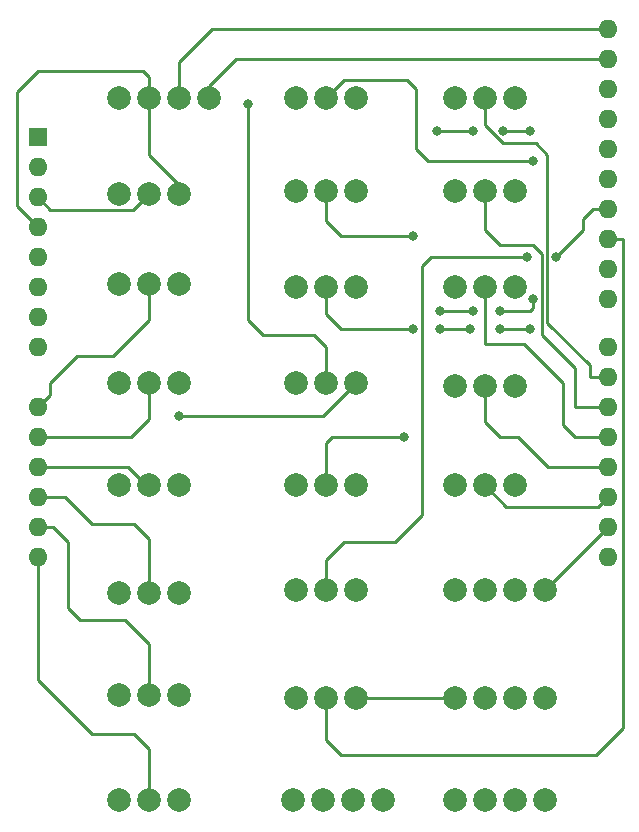
<source format=gbr>
%TF.GenerationSoftware,KiCad,Pcbnew,(5.1.9)-1*%
%TF.CreationDate,2022-11-09T15:03:55+01:00*%
%TF.ProjectId,Wemos UNO,57656d6f-7320-4554-9e4f-2e6b69636164,rev?*%
%TF.SameCoordinates,Original*%
%TF.FileFunction,Copper,L1,Top*%
%TF.FilePolarity,Positive*%
%FSLAX46Y46*%
G04 Gerber Fmt 4.6, Leading zero omitted, Abs format (unit mm)*
G04 Created by KiCad (PCBNEW (5.1.9)-1) date 2022-11-09 15:03:55*
%MOMM*%
%LPD*%
G01*
G04 APERTURE LIST*
%TA.AperFunction,ComponentPad*%
%ADD10O,1.600000X1.600000*%
%TD*%
%TA.AperFunction,ComponentPad*%
%ADD11R,1.600000X1.600000*%
%TD*%
%TA.AperFunction,ComponentPad*%
%ADD12C,2.000000*%
%TD*%
%TA.AperFunction,ViaPad*%
%ADD13C,0.800000*%
%TD*%
%TA.AperFunction,Conductor*%
%ADD14C,0.250000*%
%TD*%
G04 APERTURE END LIST*
D10*
%TO.P,A1,32*%
%TO.N,Net-(A1-Pad32)*%
X159512000Y-47756000D03*
%TO.P,A1,31*%
%TO.N,Net-(A1-Pad31)*%
X159512000Y-50296000D03*
D11*
%TO.P,A1,1*%
%TO.N,Net-(A1-Pad1)*%
X111252000Y-56896000D03*
D10*
%TO.P,A1,17*%
%TO.N,Net-(A1-Pad17)*%
X159512000Y-87376000D03*
%TO.P,A1,2*%
%TO.N,Net-(A1-Pad2)*%
X111252000Y-59436000D03*
%TO.P,A1,18*%
%TO.N,Net-(A1-Pad18)*%
X159512000Y-84836000D03*
%TO.P,A1,3*%
%TO.N,Net-(A1-Pad3)*%
X111252000Y-61976000D03*
%TO.P,A1,19*%
%TO.N,Net-(A1-Pad19)*%
X159512000Y-82296000D03*
%TO.P,A1,4*%
%TO.N,Net-(A1-Pad4)*%
X111252000Y-64516000D03*
%TO.P,A1,20*%
%TO.N,Net-(A1-Pad20)*%
X159512000Y-79756000D03*
%TO.P,A1,5*%
%TO.N,Net-(A1-Pad5)*%
X111252000Y-67056000D03*
%TO.P,A1,21*%
%TO.N,Net-(A1-Pad21)*%
X159512000Y-77216000D03*
%TO.P,A1,6*%
%TO.N,Net-(A1-Pad6)*%
X111252000Y-69596000D03*
%TO.P,A1,22*%
%TO.N,Net-(A1-Pad22)*%
X159512000Y-74676000D03*
%TO.P,A1,7*%
%TO.N,Net-(A1-Pad7)*%
X111252000Y-72136000D03*
%TO.P,A1,23*%
%TO.N,Net-(A1-Pad23)*%
X159512000Y-70616000D03*
%TO.P,A1,8*%
%TO.N,Net-(A1-Pad8)*%
X111252000Y-74676000D03*
%TO.P,A1,24*%
%TO.N,Net-(A1-Pad24)*%
X159512000Y-68076000D03*
%TO.P,A1,9*%
%TO.N,Net-(A1-Pad9)*%
X111252000Y-79756000D03*
%TO.P,A1,25*%
%TO.N,Net-(A1-Pad25)*%
X159512000Y-65536000D03*
%TO.P,A1,10*%
%TO.N,Net-(A1-Pad10)*%
X111252000Y-82296000D03*
%TO.P,A1,26*%
%TO.N,Net-(A1-Pad26)*%
X159512000Y-62996000D03*
%TO.P,A1,11*%
%TO.N,Net-(A1-Pad11)*%
X111252000Y-84836000D03*
%TO.P,A1,27*%
%TO.N,Net-(A1-Pad27)*%
X159512000Y-60456000D03*
%TO.P,A1,12*%
%TO.N,Net-(A1-Pad12)*%
X111252000Y-87376000D03*
%TO.P,A1,28*%
%TO.N,Net-(A1-Pad28)*%
X159512000Y-57916000D03*
%TO.P,A1,13*%
%TO.N,Net-(A1-Pad13)*%
X111252000Y-89916000D03*
%TO.P,A1,29*%
%TO.N,Net-(A1-Pad29)*%
X159512000Y-55376000D03*
%TO.P,A1,14*%
%TO.N,Net-(A1-Pad14)*%
X111252000Y-92456000D03*
%TO.P,A1,30*%
%TO.N,Net-(A1-Pad30)*%
X159512000Y-52836000D03*
%TO.P,A1,15*%
%TO.N,Net-(A1-Pad15)*%
X159512000Y-92456000D03*
%TO.P,A1,16*%
%TO.N,Net-(A1-Pad16)*%
X159512000Y-89916000D03*
%TD*%
D12*
%TO.P,IO02,3*%
%TO.N,Net-(A1-Pad4)*%
X123190000Y-69342000D03*
%TO.P,IO02,2*%
%TO.N,Net-(A1-Pad9)*%
X120650000Y-69342000D03*
%TO.P,IO02,1*%
%TO.N,Net-(A1-Pad29)*%
X118110000Y-69342000D03*
%TD*%
%TO.P,IO26,3*%
%TO.N,Net-(A1-Pad4)*%
X151638000Y-86360000D03*
%TO.P,IO26,2*%
%TO.N,Net-(A1-Pad17)*%
X149098000Y-86360000D03*
%TO.P,IO26,1*%
%TO.N,Net-(A1-Pad29)*%
X146558000Y-86360000D03*
%TD*%
%TO.P,IO25,1*%
%TO.N,Net-(A1-Pad29)*%
X146558000Y-77978000D03*
%TO.P,IO25,2*%
%TO.N,Net-(A1-Pad18)*%
X149098000Y-77978000D03*
%TO.P,IO25,3*%
%TO.N,Net-(A1-Pad4)*%
X151638000Y-77978000D03*
%TD*%
%TO.P,IO17,3*%
%TO.N,Net-(A1-Pad4)*%
X151638000Y-69596000D03*
%TO.P,IO17,2*%
%TO.N,Net-(A1-Pad19)*%
X149098000Y-69596000D03*
%TO.P,IO17,1*%
%TO.N,Net-(A1-Pad29)*%
X146558000Y-69596000D03*
%TD*%
%TO.P,IO16,1*%
%TO.N,Net-(A1-Pad29)*%
X146558000Y-61468000D03*
%TO.P,IO16,2*%
%TO.N,Net-(A1-Pad20)*%
X149098000Y-61468000D03*
%TO.P,IO16,3*%
%TO.N,Net-(A1-Pad4)*%
X151638000Y-61468000D03*
%TD*%
%TO.P,IO27,3*%
%TO.N,Net-(A1-Pad4)*%
X151638000Y-53594000D03*
%TO.P,IO27,2*%
%TO.N,Net-(A1-Pad21)*%
X149098000Y-53594000D03*
%TO.P,IO27,1*%
%TO.N,Net-(A1-Pad29)*%
X146558000Y-53594000D03*
%TD*%
%TO.P,IO14,1*%
%TO.N,Net-(A1-Pad29)*%
X133096000Y-69596000D03*
%TO.P,IO14,2*%
%TO.N,Net-(A1-Pad22)*%
X135636000Y-69596000D03*
%TO.P,IO14,3*%
%TO.N,Net-(A1-Pad4)*%
X138176000Y-69596000D03*
%TD*%
%TO.P,IO12,1*%
%TO.N,Net-(A1-Pad29)*%
X133096000Y-61468000D03*
%TO.P,IO12,2*%
%TO.N,Net-(A1-Pad23)*%
X135636000Y-61468000D03*
%TO.P,IO12,3*%
%TO.N,Net-(A1-Pad4)*%
X138176000Y-61468000D03*
%TD*%
%TO.P,IO13,3*%
%TO.N,Net-(A1-Pad4)*%
X138176000Y-53594000D03*
%TO.P,IO13,2*%
%TO.N,Net-(A1-Pad24)*%
X135636000Y-53594000D03*
%TO.P,IO13,1*%
%TO.N,Net-(A1-Pad29)*%
X133096000Y-53594000D03*
%TD*%
%TO.P,IO05,1*%
%TO.N,Net-(A1-Pad29)*%
X133096000Y-104394000D03*
%TO.P,IO05,2*%
%TO.N,Net-(A1-Pad25)*%
X135636000Y-104394000D03*
%TO.P,IO05,3*%
%TO.N,Net-(A1-Pad4)*%
X138176000Y-104394000D03*
%TD*%
%TO.P,IO23,3*%
%TO.N,Net-(A1-Pad4)*%
X138176000Y-95250000D03*
%TO.P,IO23,2*%
%TO.N,Net-(A1-Pad26)*%
X135636000Y-95250000D03*
%TO.P,IO23,1*%
%TO.N,Net-(A1-Pad29)*%
X133096000Y-95250000D03*
%TD*%
%TO.P,IO19,1*%
%TO.N,Net-(A1-Pad29)*%
X133096000Y-86360000D03*
%TO.P,IO19,2*%
%TO.N,Net-(A1-Pad27)*%
X135636000Y-86360000D03*
%TO.P,IO19,3*%
%TO.N,Net-(A1-Pad4)*%
X138176000Y-86360000D03*
%TD*%
%TO.P,IO18,3*%
%TO.N,Net-(A1-Pad4)*%
X138176000Y-77724000D03*
%TO.P,IO18,2*%
%TO.N,Net-(A1-Pad28)*%
X135636000Y-77724000D03*
%TO.P,IO18,1*%
%TO.N,Net-(A1-Pad29)*%
X133096000Y-77724000D03*
%TD*%
%TO.P,GND,1*%
%TO.N,Net-(A1-Pad29)*%
X146558000Y-113030000D03*
%TO.P,GND,2*%
X149098000Y-113030000D03*
%TO.P,GND,3*%
X151638000Y-113030000D03*
%TO.P,GND,4*%
X154178000Y-113030000D03*
%TD*%
%TO.P,5V,4*%
%TO.N,Net-(A1-Pad5)*%
X140462000Y-113030000D03*
%TO.P,5V,3*%
X137922000Y-113030000D03*
%TO.P,5V,2*%
X135382000Y-113030000D03*
%TO.P,5V,1*%
X132842000Y-113030000D03*
%TD*%
%TO.P,3.3V,1*%
%TO.N,Net-(A1-Pad4)*%
X146558000Y-104394000D03*
%TO.P,3.3V,2*%
X149098000Y-104394000D03*
%TO.P,3.3V,3*%
X151638000Y-104394000D03*
%TO.P,3.3V,4*%
X154178000Y-104394000D03*
%TD*%
%TO.P,G RST V,1*%
%TO.N,Net-(A1-Pad29)*%
X118110000Y-61722000D03*
%TO.P,G RST V,2*%
%TO.N,Net-(A1-Pad3)*%
X120650000Y-61722000D03*
%TO.P,G RST V,3*%
%TO.N,Net-(A1-Pad4)*%
X123190000Y-61722000D03*
%TD*%
%TO.P,IO04,3*%
%TO.N,Net-(A1-Pad4)*%
X123190000Y-77724000D03*
%TO.P,IO04,2*%
%TO.N,Net-(A1-Pad10)*%
X120650000Y-77724000D03*
%TO.P,IO04,1*%
%TO.N,Net-(A1-Pad29)*%
X118110000Y-77724000D03*
%TD*%
%TO.P,IO35,1*%
%TO.N,Net-(A1-Pad29)*%
X118110000Y-86360000D03*
%TO.P,IO35,2*%
%TO.N,Net-(A1-Pad11)*%
X120650000Y-86360000D03*
%TO.P,IO35,3*%
%TO.N,Net-(A1-Pad4)*%
X123190000Y-86360000D03*
%TD*%
%TO.P,IO34,3*%
%TO.N,Net-(A1-Pad4)*%
X123190000Y-95504000D03*
%TO.P,IO34,2*%
%TO.N,Net-(A1-Pad12)*%
X120650000Y-95504000D03*
%TO.P,IO34,1*%
%TO.N,Net-(A1-Pad29)*%
X118110000Y-95504000D03*
%TD*%
%TO.P,IO36,1*%
%TO.N,Net-(A1-Pad29)*%
X118110000Y-104140000D03*
%TO.P,IO36,2*%
%TO.N,Net-(A1-Pad13)*%
X120650000Y-104140000D03*
%TO.P,IO36,3*%
%TO.N,Net-(A1-Pad4)*%
X123190000Y-104140000D03*
%TD*%
%TO.P,IO39,3*%
%TO.N,Net-(A1-Pad4)*%
X123190000Y-113030000D03*
%TO.P,IO39,2*%
%TO.N,Net-(A1-Pad14)*%
X120650000Y-113030000D03*
%TO.P,IO39,1*%
%TO.N,Net-(A1-Pad29)*%
X118110000Y-113030000D03*
%TD*%
%TO.P,G V SCL SDA,1*%
%TO.N,Net-(A1-Pad29)*%
X118110000Y-53594000D03*
%TO.P,G V SCL SDA,2*%
%TO.N,Net-(A1-Pad4)*%
X120650000Y-53594000D03*
%TO.P,G V SCL SDA,3*%
%TO.N,Net-(A1-Pad32)*%
X123190000Y-53594000D03*
%TO.P,G V SCL SDA,4*%
%TO.N,Net-(A1-Pad31)*%
X125730000Y-53594000D03*
%TD*%
%TO.P,Rx Tx,4*%
%TO.N,Net-(A1-Pad16)*%
X154178000Y-95250000D03*
%TO.P,Rx Tx,3*%
%TO.N,Net-(A1-Pad15)*%
X151638000Y-95250000D03*
%TO.P,Rx Tx,2*%
%TO.N,Net-(A1-Pad4)*%
X149098000Y-95250000D03*
%TO.P,Rx Tx,1*%
%TO.N,Net-(A1-Pad29)*%
X146558000Y-95250000D03*
%TD*%
D13*
%TO.N,Net-(A1-Pad4)*%
X123190000Y-80518000D03*
%TO.N,Net-(A1-Pad22)*%
X152908000Y-73152000D03*
X150368000Y-73152000D03*
X147828000Y-73152000D03*
X145288000Y-73152000D03*
X143002000Y-73152000D03*
%TO.N,Net-(A1-Pad23)*%
X153162000Y-70612000D03*
X150368000Y-71628000D03*
X148082000Y-71628000D03*
X145288000Y-71628000D03*
X143002000Y-65278000D03*
%TO.N,Net-(A1-Pad24)*%
X153162000Y-58928000D03*
%TO.N,Net-(A1-Pad26)*%
X152654000Y-67056000D03*
X155099010Y-67056000D03*
%TO.N,Net-(A1-Pad27)*%
X152908000Y-56388000D03*
X150626653Y-56383347D03*
X148086653Y-56383347D03*
X145038653Y-56383347D03*
X142240000Y-82296000D03*
%TO.N,Net-(A1-Pad28)*%
X129032000Y-54102000D03*
%TD*%
D14*
%TO.N,Net-(A1-Pad32)*%
X159512000Y-47756000D02*
X125988000Y-47756000D01*
X125988000Y-47756000D02*
X123190000Y-50554000D01*
X123190000Y-50554000D02*
X123190000Y-53594000D01*
%TO.N,Net-(A1-Pad31)*%
X159512000Y-50296000D02*
X128020000Y-50296000D01*
X125730000Y-52586000D02*
X125730000Y-53594000D01*
X128020000Y-50296000D02*
X125730000Y-52586000D01*
%TO.N,Net-(A1-Pad17)*%
X150913999Y-88175999D02*
X149098000Y-86360000D01*
X158712001Y-88175999D02*
X150913999Y-88175999D01*
X159512000Y-87376000D02*
X158712001Y-88175999D01*
%TO.N,Net-(A1-Pad18)*%
X159512000Y-84836000D02*
X154432000Y-84836000D01*
X154432000Y-84836000D02*
X151892000Y-82296000D01*
X149098000Y-77978000D02*
X149098000Y-81026000D01*
X150368000Y-82296000D02*
X151892000Y-82296000D01*
X149098000Y-81026000D02*
X150368000Y-82296000D01*
%TO.N,Net-(A1-Pad3)*%
X119324999Y-63047001D02*
X120650000Y-61722000D01*
X112323001Y-63047001D02*
X119324999Y-63047001D01*
X111252000Y-61976000D02*
X112323001Y-63047001D01*
%TO.N,Net-(A1-Pad19)*%
X149098000Y-74422000D02*
X152400000Y-74422000D01*
X149098000Y-69596000D02*
X149098000Y-74422000D01*
X155702000Y-77724000D02*
X155702000Y-81280000D01*
X155702000Y-81280000D02*
X156718000Y-82296000D01*
X156718000Y-82296000D02*
X159512000Y-82296000D01*
X152400000Y-74422000D02*
X155702000Y-77724000D01*
%TO.N,Net-(A1-Pad4)*%
X146558000Y-104394000D02*
X138176000Y-104394000D01*
X123190000Y-60960000D02*
X123190000Y-61722000D01*
X120650000Y-53594000D02*
X120650000Y-58420000D01*
X120650000Y-58420000D02*
X123190000Y-60960000D01*
X120650000Y-51816000D02*
X120142000Y-51308000D01*
X109474000Y-62738000D02*
X111252000Y-64516000D01*
X120650000Y-53594000D02*
X120650000Y-51816000D01*
X109474000Y-53086000D02*
X109474000Y-62738000D01*
X120142000Y-51308000D02*
X111252000Y-51308000D01*
X111252000Y-51308000D02*
X109474000Y-53086000D01*
X138176000Y-77724000D02*
X135382000Y-80518000D01*
X135382000Y-80518000D02*
X123190000Y-80518000D01*
%TO.N,Net-(A1-Pad20)*%
X149098000Y-64770000D02*
X149098000Y-61468000D01*
X150368000Y-66040000D02*
X149098000Y-64770000D01*
X153162000Y-66040000D02*
X150368000Y-66040000D01*
X156718000Y-79756000D02*
X156718000Y-76454000D01*
X159512000Y-79756000D02*
X156718000Y-79756000D01*
X156718000Y-76454000D02*
X153924000Y-73660000D01*
X153924000Y-73660000D02*
X153924000Y-66802000D01*
X153924000Y-66802000D02*
X153162000Y-66040000D01*
%TO.N,Net-(A1-Pad21)*%
X159512000Y-77216000D02*
X157988000Y-77216000D01*
X157988000Y-77216000D02*
X157988000Y-76200000D01*
X154374010Y-72586010D02*
X154374010Y-58362010D01*
X157988000Y-76200000D02*
X154374010Y-72586010D01*
X154374010Y-58362010D02*
X153416000Y-57404000D01*
X153416000Y-57404000D02*
X150622000Y-57404000D01*
X149098000Y-55880000D02*
X149098000Y-53594000D01*
X150622000Y-57404000D02*
X149098000Y-55880000D01*
%TO.N,Net-(A1-Pad22)*%
X152908000Y-73152000D02*
X150368000Y-73152000D01*
X147828000Y-73152000D02*
X145288000Y-73152000D01*
X143002000Y-73152000D02*
X136906000Y-73152000D01*
X135636000Y-71882000D02*
X135636000Y-69596000D01*
X136906000Y-73152000D02*
X135636000Y-71882000D01*
%TO.N,Net-(A1-Pad23)*%
X153162000Y-70612000D02*
X153162000Y-71374000D01*
X153162000Y-71374000D02*
X152908000Y-71628000D01*
X152908000Y-71628000D02*
X150368000Y-71628000D01*
X148082000Y-71628000D02*
X145288000Y-71628000D01*
X143002000Y-65278000D02*
X136906000Y-65278000D01*
X135636000Y-64008000D02*
X135636000Y-61468000D01*
X136906000Y-65278000D02*
X135636000Y-64008000D01*
%TO.N,Net-(A1-Pad24)*%
X135636000Y-53594000D02*
X137160000Y-52070000D01*
X137160000Y-52070000D02*
X142494000Y-52070000D01*
X142494000Y-52070000D02*
X143256000Y-52832000D01*
X143256000Y-52832000D02*
X143256000Y-57912000D01*
X143256000Y-57912000D02*
X144272000Y-58928000D01*
X144272000Y-58928000D02*
X153162000Y-58928000D01*
%TO.N,Net-(A1-Pad9)*%
X120650000Y-69342000D02*
X120650000Y-72390000D01*
X120650000Y-72390000D02*
X117602000Y-75438000D01*
X117602000Y-75438000D02*
X114554000Y-75438000D01*
X112268000Y-78740000D02*
X111252000Y-79756000D01*
X114554000Y-75438000D02*
X113284000Y-76708000D01*
X112268000Y-77724000D02*
X113284000Y-76708000D01*
X112268000Y-78740000D02*
X112268000Y-77724000D01*
X113284000Y-76708000D02*
X113030000Y-76962000D01*
%TO.N,Net-(A1-Pad25)*%
X159512000Y-65536000D02*
X160786000Y-65536000D01*
X160786000Y-65536000D02*
X160786000Y-106930000D01*
X160786000Y-106930000D02*
X158496000Y-109220000D01*
X158496000Y-109220000D02*
X136906000Y-109220000D01*
X135636000Y-107950000D02*
X135636000Y-104394000D01*
X136906000Y-109220000D02*
X135636000Y-107950000D01*
%TO.N,Net-(A1-Pad10)*%
X111252000Y-82296000D02*
X119126000Y-82296000D01*
X119126000Y-82296000D02*
X120650000Y-80772000D01*
X120650000Y-80772000D02*
X120650000Y-77724000D01*
%TO.N,Net-(A1-Pad26)*%
X135636000Y-95250000D02*
X135636000Y-92710000D01*
X135636000Y-92710000D02*
X137160000Y-91186000D01*
X137160000Y-91186000D02*
X141478000Y-91186000D01*
X141478000Y-91186000D02*
X143764000Y-88900000D01*
X143764000Y-88900000D02*
X143764000Y-67818000D01*
X143764000Y-67818000D02*
X144526000Y-67056000D01*
X144526000Y-67056000D02*
X152654000Y-67056000D01*
X155099010Y-67056000D02*
X157385010Y-64770000D01*
X157385010Y-64770000D02*
X157385010Y-63848990D01*
X158238000Y-62996000D02*
X159512000Y-62996000D01*
X157385010Y-63848990D02*
X158238000Y-62996000D01*
%TO.N,Net-(A1-Pad11)*%
X111252000Y-84836000D02*
X118872000Y-84836000D01*
X120396000Y-86360000D02*
X120650000Y-86360000D01*
X118872000Y-84836000D02*
X120396000Y-86360000D01*
%TO.N,Net-(A1-Pad27)*%
X152908000Y-56388000D02*
X150622000Y-56388000D01*
X150622000Y-56388000D02*
X150626653Y-56383347D01*
X148086653Y-56383347D02*
X145038653Y-56383347D01*
X135636000Y-82804000D02*
X135636000Y-86360000D01*
X142240000Y-82296000D02*
X136144000Y-82296000D01*
X136144000Y-82296000D02*
X135636000Y-82804000D01*
%TO.N,Net-(A1-Pad12)*%
X120650000Y-95504000D02*
X120650000Y-90932000D01*
X120650000Y-90932000D02*
X119380000Y-89662000D01*
X119380000Y-89662000D02*
X115824000Y-89662000D01*
X113538000Y-87376000D02*
X111252000Y-87376000D01*
X115824000Y-89662000D02*
X113538000Y-87376000D01*
%TO.N,Net-(A1-Pad28)*%
X129032000Y-54102000D02*
X129032000Y-72390000D01*
X129032000Y-72390000D02*
X130302000Y-73660000D01*
X130302000Y-73660000D02*
X134620000Y-73660000D01*
X135636000Y-74676000D02*
X135636000Y-77724000D01*
X134620000Y-73660000D02*
X135636000Y-74676000D01*
%TO.N,Net-(A1-Pad13)*%
X120650000Y-104140000D02*
X120650000Y-99822000D01*
X120650000Y-99822000D02*
X118618000Y-97790000D01*
X118618000Y-97790000D02*
X114808000Y-97790000D01*
X114808000Y-97790000D02*
X113792000Y-96774000D01*
X113792000Y-96774000D02*
X113792000Y-91186000D01*
X112522000Y-89916000D02*
X111252000Y-89916000D01*
X113792000Y-91186000D02*
X112522000Y-89916000D01*
%TO.N,Net-(A1-Pad14)*%
X120650000Y-113030000D02*
X120650000Y-108712000D01*
X120650000Y-108712000D02*
X119380000Y-107442000D01*
X119380000Y-107442000D02*
X115824000Y-107442000D01*
X111252000Y-102870000D02*
X111252000Y-92456000D01*
X115824000Y-107442000D02*
X111252000Y-102870000D01*
%TO.N,Net-(A1-Pad16)*%
X154178000Y-95250000D02*
X159512000Y-89916000D01*
%TD*%
M02*

</source>
